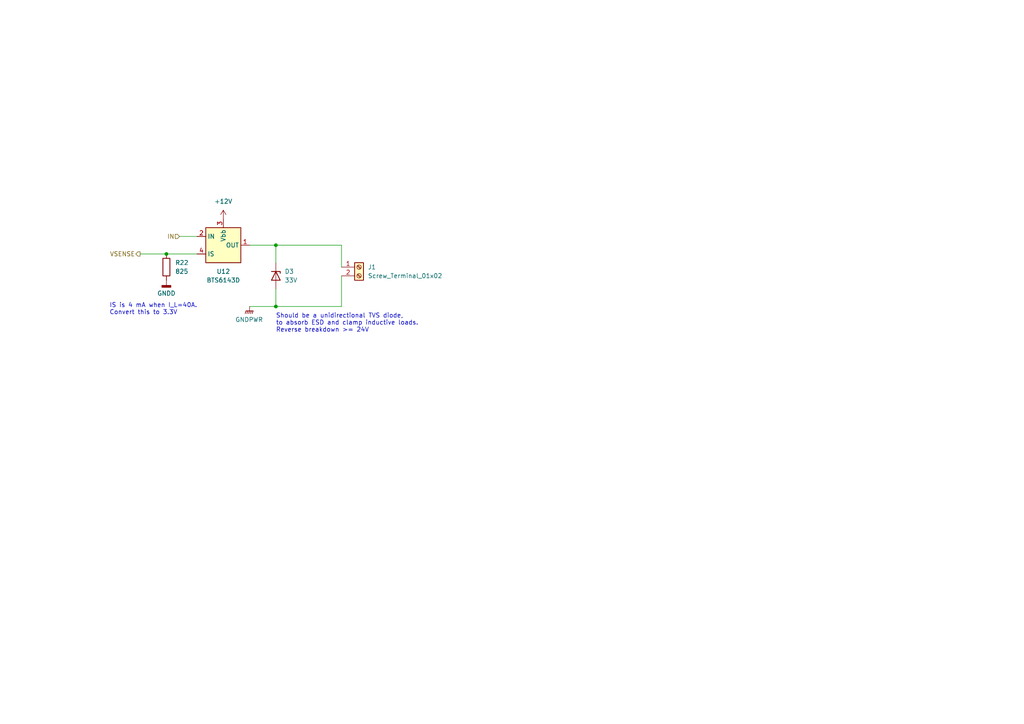
<source format=kicad_sch>
(kicad_sch (version 20230121) (generator eeschema)
  (paper "A4")
  (lib_symbols
    (symbol "Connector:Screw_Terminal_01x02" (pin_names (offset 1.016) hide)
      (property "Reference" "J" (at 0 2.54 0))
      (property "Value" "Screw_Terminal_01x02" (at 0 -5.08 0))
      (symbol "Screw_Terminal_01x02_1_1"
        (rectangle (start -1.27 1.27) (end 1.27 -3.81) (stroke (width 0.254)) (fill (type background)))
        (circle (center 0 -2.54) (radius 0.635) (stroke (width 0.1524)))
        (polyline (pts (xy -0.5334 -2.2098) (xy 0.3302 -3.048)) (stroke (width 0.1524)))
        (polyline (pts (xy -0.5334 0.3302) (xy 0.3302 -0.508)) (stroke (width 0.1524)))
        (polyline (pts (xy -0.3556 -2.032) (xy 0.508 -2.8702)) (stroke (width 0.1524)))
        (polyline (pts (xy -0.3556 0.508) (xy 0.508 -0.3302)) (stroke (width 0.1524)))
        (circle (center 0 0) (radius 0.635) (stroke (width 0.1524)))
        (pin passive line (at -5.08 0 0) (length 3.81) (name "Pin_1") (number "1"))
        (pin passive line (at -5.08 -2.54 0) (length 3.81) (name "Pin_2") (number "2"))
      )
    )
    (symbol "Device:D_Zener" (pin_numbers hide) (pin_names (offset 1.016) hide)
      (property "Reference" "D" (at 0 2.54 0))
      (property "Value" "D_Zener" (at 0 -2.54 0))
      (symbol "D_Zener_0_1"
        (polyline (pts (xy 1.27 0) (xy -1.27 0)))
        (polyline (pts (xy -1.27 -1.27) (xy -1.27 1.27) (xy -0.762 1.27)) (stroke (width 0.254)))
        (polyline (pts (xy 1.27 -1.27) (xy 1.27 1.27) (xy -1.27 0) (xy 1.27 -1.27)) (stroke (width 0.254)))
      )
      (symbol "D_Zener_1_1"
        (pin passive line (at -3.81 0 0) (length 2.54) (name "K") (number "1"))
        (pin passive line (at 3.81 0 180) (length 2.54) (name "A") (number "2"))
      )
    )
    (symbol "Device:R" (pin_numbers hide) (pin_names (offset 0))
      (property "Reference" "R" (at 2.032 0 90))
      (property "Value" "R" (at 0 0 90))
      (symbol "R_0_1"
        (rectangle (start -1.016 -2.54) (end 1.016 2.54) (stroke (width 0.254)))
      )
      (symbol "R_1_1"
        (pin passive line (at 0 3.81 270) (length 1.27) (name "~") (number "1"))
        (pin passive line (at 0 -3.81 90) (length 1.27) (name "~") (number "2"))
      )
    )
    (symbol "Power_Management:BTS6143D"
      (property "Reference" "U" (at -5.08 6.35 0))
      (property "Value" "BTS6143D" (at 8.89 6.35 0))
      (symbol "BTS6143D_0_1"
        (rectangle (start -5.08 5.08) (end 5.08 -5.08) (stroke (width 0.254)) (fill (type background)))
      )
      (symbol "BTS6143D_1_1"
        (pin power_out line (at 7.62 0 180) (length 2.54) (name "OUT") (number "1"))
        (pin input line (at -7.62 2.54 0) (length 2.54) (name "IN") (number "2"))
        (pin power_in line (at 0 7.62 270) (length 2.54) (name "Vbb") (number "3"))
        (pin output line (at -7.62 -2.54 0) (length 2.54) (name "IS") (number "4"))
        (pin passive line (at 7.62 0 180) (length 2.54) hide (name "OUT") (number "5"))
      )
    )
    (symbol "power:+12V" (power) (pin_names (offset 0))
      (property "Value" "+12V" (at 0 3.556 0))
      (symbol "+12V_0_1"
        (polyline (pts (xy -0.762 1.27) (xy 0 2.54)))
        (polyline (pts (xy 0 0) (xy 0 2.54)))
        (polyline (pts (xy 0 2.54) (xy 0.762 1.27)))
      )
      (symbol "+12V_1_1"
        (pin power_in line (at 0 0 90) (length 0) hide (name "+12V") (number "1"))
      )
    )
    (symbol "power:GNDD" (power) (pin_names (offset 0))
      (property "Value" "GNDD" (at 0 -3.175 0))
      (symbol "GNDD_0_1"
        (rectangle (start -1.27 -1.524) (end 1.27 -2.032) (stroke (width 0.254)) (fill (type outline)))
        (polyline (pts (xy 0 0) (xy 0 -1.524)))
      )
      (symbol "GNDD_1_1"
        (pin power_in line (at 0 0 270) (length 0) hide (name "GNDD") (number "1"))
      )
    )
    (symbol "power:GNDPWR" (power) (pin_names (offset 0))
      (property "Value" "GNDPWR" (at 0 -3.302 0))
      (symbol "GNDPWR_0_1"
        (polyline (pts (xy 0 -1.27) (xy 0 0)))
        (polyline (pts (xy -1.016 -1.27) (xy -1.27 -2.032) (xy -1.27 -2.032)) (stroke (width 0.2032)))
        (polyline (pts (xy -0.508 -1.27) (xy -0.762 -2.032) (xy -0.762 -2.032)) (stroke (width 0.2032)))
        (polyline (pts (xy 0 -1.27) (xy -0.254 -2.032) (xy -0.254 -2.032)) (stroke (width 0.2032)))
        (polyline (pts (xy 0.508 -1.27) (xy 0.254 -2.032) (xy 0.254 -2.032)) (stroke (width 0.2032)))
        (polyline (pts (xy 1.016 -1.27) (xy -1.016 -1.27) (xy -1.016 -1.27)) (stroke (width 0.2032)))
        (polyline (pts (xy 1.016 -1.27) (xy 0.762 -2.032) (xy 0.762 -2.032) (xy 0.762 -2.032)) (stroke (width 0.2032)))
      )
      (symbol "GNDPWR_1_1"
        (pin power_in line (at 0 0 270) (length 0) hide (name "GNDPWR") (number "1"))
      )
    )
  )
  (junction (at 80.01 88.9))
  (junction (at 48.26 73.66))
  (junction (at 80.01 71.12))
  (wire (pts (xy 99.06 71.12) (xy 80.01 71.12)))
  (wire (pts (xy 99.06 80.01) (xy 99.06 88.9)))
  (wire (pts (xy 40.64 73.66) (xy 48.26 73.66)))
  (wire (pts (xy 80.01 83.82) (xy 80.01 88.9)))
  (wire (pts (xy 52.07 68.58) (xy 57.15 68.58)))
  (wire (pts (xy 80.01 88.9) (xy 99.06 88.9)))
  (wire (pts (xy 99.06 77.47) (xy 99.06 71.12)))
  (wire (pts (xy 80.01 71.12) (xy 72.39 71.12)))
  (wire (pts (xy 48.26 73.66) (xy 57.15 73.66)))
  (wire (pts (xy 72.39 88.9) (xy 80.01 88.9)))
  (wire (pts (xy 80.01 76.2) (xy 80.01 71.12)))
  (text "IS is 4 mA when I_L=40A.\nConvert this to 3.3V" (at 31.75 91.44 0) (effects (font (size 1.27 1.27)) (justify left bottom)))
  (text "Should be a unidirectional TVS diode, \nto absorb ESD and clamp inductive loads.\nReverse breakdown >= 24V" (at 80.01 96.52 0) (effects (font (size 1.27 1.27)) (justify left bottom)))
  (hierarchical_label "VSENSE" (shape output) (at 40.64 73.66 180))
  (hierarchical_label "IN" (shape input) (at 52.07 68.58 180))
  (symbol (lib_id "Device:D_Zener") (at 80.01 80.01 270) (unit 1)
    (property "Reference" "D3" (at 82.55 78.74 90) (effects (justify left)))
    (property "Value" "33V" (at 82.55 81.28 90) (effects (justify left)))
    (instances (project "launchpad-controller-draft" (path "" (reference "D3") (unit 1)) (path "" (reference "D4") (unit 1)) (path "" (reference "D5") (unit 1)) (path "" (reference "D6") (unit 1))))
  )
  (symbol (lib_id "Power_Management:BTS6143D") (at 64.77 71.12 0) (unit 1)
    (property "Reference" "U12" (at 64.77 78.74 0))
    (property "Value" "BTS6143D" (at 64.77 81.28 0))
    (property "Footprint" "Package_TO_SOT_SMD:TO-252-4" (effects hide))
    (property "Datasheet" "http://www.infineon.com/dgdl/Infineon-BTS6143D-DS-v01_00-EN.pdf?fileId=5546d4625a888733015aa3da10821022" (effects hide))
    (instances (project "launchpad-controller-draft" (path "" (reference "U12") (unit 1)) (path "" (reference "U14") (unit 1)) (path "" (reference "U15") (unit 1)) (path "" (reference "U16") (unit 1))))
  )
  (symbol (lib_id "power:+12V") (at 64.77 63.5 0) (unit 1)
    (property "Reference" "#PWR093" (effects hide))
    (property "Value" "+12V" (at 64.77 58.42 0))
    (instances (project "launchpad-controller-draft" (path "" (reference "#PWR093") (unit 1)) (path "" (reference "#PWR097") (unit 1)) (path "" (reference "#PWR0100") (unit 1)) (path "" (reference "#PWR0103") (unit 1))))
  )
  (symbol (lib_id "Connector:Screw_Terminal_01x02") (at 104.14 77.47 0) (unit 1)
    (property "Reference" "J1" (at 106.68 77.47 0) (effects (justify left)))
    (property "Value" "Screw_Terminal_01x02" (at 106.68 80.01 0) (effects (justify left)))
    (instances (project "launchpad-controller-draft" (path "" (reference "J1") (unit 1)) (path "" (reference "J2") (unit 1)) (path "" (reference "J3") (unit 1)) (path "" (reference "J4") (unit 1))))
  )
  (symbol (lib_id "power:GNDD") (at 48.26 81.28 0) (unit 1)
    (property "Reference" "#PWR095" (effects hide))
    (property "Value" "GNDD" (at 48.26 85.09 0))
    (instances (project "launchpad-controller-draft" (path "" (reference "#PWR095") (unit 1)) (path "" (reference "#PWR096") (unit 1)) (path "" (reference "#PWR099") (unit 1)) (path "" (reference "#PWR0102") (unit 1))))
  )
  (symbol (lib_id "Device:R") (at 48.26 77.47 0) (unit 1)
    (property "Reference" "R22" (at 50.8 76.2 0) (effects (justify left)))
    (property "Value" "825" (at 50.8 78.74 0) (effects (justify left)))
    (instances (project "launchpad-controller-draft" (path "" (reference "R22") (unit 1)) (path "" (reference "R23") (unit 1)) (path "" (reference "R24") (unit 1)) (path "" (reference "R25") (unit 1))))
  )
  (symbol (lib_id "power:GNDPWR") (at 72.39 88.9 0) (unit 1)
    (property "Reference" "#PWR094" (effects hide))
    (property "Value" "GNDPWR" (at 72.263 92.71 0))
    (instances (project "launchpad-controller-draft" (path "" (reference "#PWR094") (unit 1)) (path "" (reference "#PWR098") (unit 1)) (path "" (reference "#PWR0101") (unit 1)) (path "" (reference "#PWR0104") (unit 1))))
  )
)
</source>
